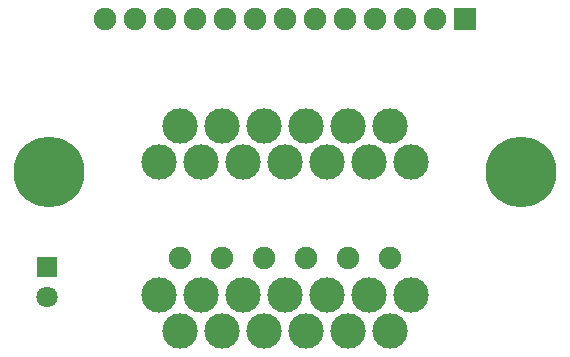
<source format=gbr>
G04 DipTrace 3.3.1.3*
G04 TopMask.gbr*
%MOMM*%
G04 #@! TF.FileFunction,Soldermask,Top*
G04 #@! TF.Part,Single*
%ADD25C,6.0*%
%ADD29C,1.9*%
%ADD31R,1.9X1.9*%
%ADD33C,3.0*%
%ADD35C,1.8*%
%ADD37R,1.8X1.8*%
%FSLAX35Y35*%
G04*
G71*
G90*
G75*
G01*
G04 TopMask*
%LPD*%
D37*
X1444473Y1730250D3*
D35*
Y1476250D3*
D25*
X1460600Y2527400D3*
X5460600D3*
D33*
X4524087Y2619757D3*
X4346087Y2924757D3*
X4168087Y2619757D3*
X3990087Y2924757D3*
X3812087Y2619757D3*
X3634087Y2924757D3*
X3456087Y2619757D3*
X3278087Y2924757D3*
X3100087Y2619757D3*
X2922087Y2924757D3*
X2744087Y2619757D3*
X2566087Y2924757D3*
X2388087Y2619757D3*
D31*
X4984600Y3825750D3*
D29*
X4730600D3*
X4476600D3*
X4222600D3*
X3968600D3*
X3714600D3*
X3460600D3*
X3206600D3*
X2952600D3*
X2698600D3*
X2444600D3*
X2190600D3*
X1936600D3*
X2570327Y1800600D3*
X2926327D3*
X3282327D3*
X3638327D3*
X3994327D3*
X4350327D3*
D33*
X4528600Y1492123D3*
X4350600Y1187123D3*
X4172600Y1492123D3*
X3994600Y1187123D3*
X3816600Y1492123D3*
X3638600Y1187123D3*
X3460600Y1492123D3*
X3282600Y1187123D3*
X3104600Y1492123D3*
X2926600Y1187123D3*
X2748600Y1492123D3*
X2570600Y1187123D3*
X2392600Y1492123D3*
M02*

</source>
